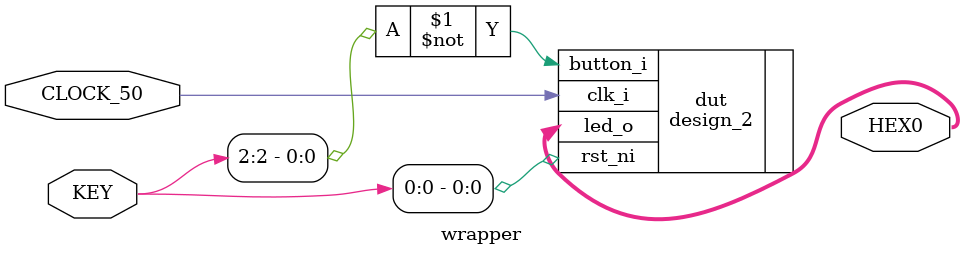
<source format=sv>
module wrapper (
  // input
  input logic        CLOCK_50,
  input logic [2:0]  KEY,

  // output
  output logic [6:0] HEX0
);

  design_2 dut (
    .clk_i   (CLOCK_50),
    .rst_ni  (KEY[0]  ),
    .button_i(~KEY[2] ),
    .led_o   (HEX0    )
  );

endmodule : wrapper

</source>
